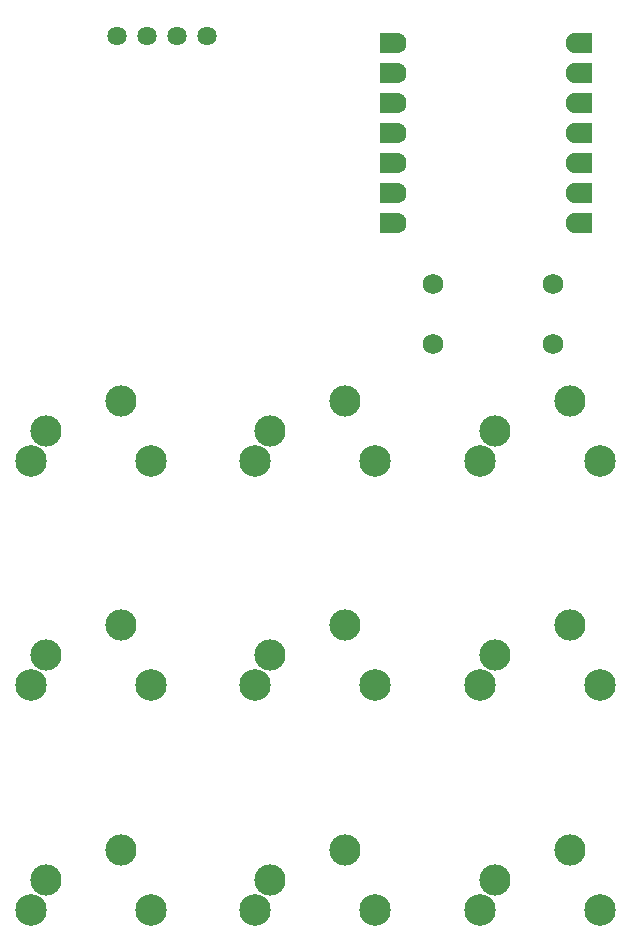
<source format=gts>
G04 Layer: TopSolderMaskLayer*
G04 EasyEDA v6.5.47, 2024-10-16 20:22:33*
G04 9ae9750504c14924853e95ef229aeab1,24ffd69d1a984b0ba209c2ef933deaa4,10*
G04 Gerber Generator version 0.2*
G04 Scale: 100 percent, Rotated: No, Reflected: No *
G04 Dimensions in millimeters *
G04 leading zeros omitted , absolute positions ,4 integer and 5 decimal *
%FSLAX45Y45*%
%MOMM*%

%ADD10C,2.6416*%
%ADD11C,2.6731*%
%ADD12C,1.7272*%
%ADD13C,1.6017*%
%ADD14C,1.6316*%
%ADD15C,0.0138*%

%LPD*%
D10*
G01*
X2818993Y1553997D03*
G01*
X3453993Y1807997D03*
D11*
G01*
X2691993Y1299997D03*
G01*
X3707993Y1299997D03*
D10*
G01*
X4718989Y1553997D03*
G01*
X5353989Y1807997D03*
D11*
G01*
X4591989Y1299997D03*
G01*
X5607989Y1299997D03*
D10*
G01*
X6618986Y1553997D03*
G01*
X7253986Y1807997D03*
D11*
G01*
X6491986Y1299997D03*
G01*
X7507986Y1299997D03*
D10*
G01*
X2818993Y-345998D03*
G01*
X3453993Y-91998D03*
D11*
G01*
X2691993Y-599998D03*
G01*
X3707993Y-599998D03*
D10*
G01*
X4718989Y-345998D03*
G01*
X5353989Y-91998D03*
D11*
G01*
X4591989Y-599998D03*
G01*
X5607989Y-599998D03*
D10*
G01*
X6618986Y-345998D03*
G01*
X7253986Y-91998D03*
D11*
G01*
X6491986Y-599998D03*
G01*
X7507986Y-599998D03*
D10*
G01*
X2818993Y-2245995D03*
G01*
X3453993Y-1991995D03*
D11*
G01*
X2691993Y-2499995D03*
G01*
X3707993Y-2499995D03*
D10*
G01*
X4718989Y-2245995D03*
G01*
X5353989Y-1991995D03*
D11*
G01*
X4591989Y-2499995D03*
G01*
X5607989Y-2499995D03*
D10*
G01*
X6618986Y-2245995D03*
G01*
X7253986Y-1991995D03*
D11*
G01*
X6491986Y-2499995D03*
G01*
X7507986Y-2499995D03*
D12*
G01*
X6096000Y2286000D03*
G01*
X7112000Y2286000D03*
G01*
X6096000Y2794000D03*
G01*
X7112000Y2794000D03*
G36*
X5653506Y4751857D02*
G01*
X5651931Y4752111D01*
X5650509Y4752822D01*
X5649391Y4753940D01*
X5648680Y4755362D01*
X5648426Y4756937D01*
X5648426Y4919471D01*
X5648680Y4921046D01*
X5649391Y4922469D01*
X5650509Y4923586D01*
X5651931Y4924297D01*
X5653506Y4924552D01*
X5792063Y4924552D01*
X5795975Y4924450D01*
X5796254Y4924425D01*
X5800166Y4924120D01*
X5800420Y4924094D01*
X5804331Y4923586D01*
X5804585Y4923561D01*
X5808421Y4922850D01*
X5808675Y4922799D01*
X5812510Y4921885D01*
X5812790Y4921808D01*
X5816549Y4920691D01*
X5816828Y4920589D01*
X5820511Y4919268D01*
X5820714Y4919192D01*
X5824347Y4917694D01*
X5824600Y4917592D01*
X5828131Y4915915D01*
X5828385Y4915788D01*
X5831840Y4913909D01*
X5832068Y4913756D01*
X5835421Y4911699D01*
X5835624Y4911572D01*
X5838850Y4909362D01*
X5839053Y4909210D01*
X5842177Y4906822D01*
X5842431Y4906619D01*
X5845403Y4904054D01*
X5845556Y4903901D01*
X5848400Y4901209D01*
X5848604Y4901031D01*
X5851321Y4898186D01*
X5851499Y4897983D01*
X5854039Y4895011D01*
X5854217Y4894783D01*
X5856604Y4891659D01*
X5856757Y4891455D01*
X5858967Y4888229D01*
X5859094Y4888026D01*
X5861151Y4884673D01*
X5861304Y4884445D01*
X5863183Y4880990D01*
X5863310Y4880737D01*
X5864986Y4877206D01*
X5865088Y4876952D01*
X5866587Y4873320D01*
X5866663Y4873117D01*
X5867984Y4869434D01*
X5868085Y4869154D01*
X5869203Y4865370D01*
X5869254Y4865115D01*
X5870168Y4861305D01*
X5870244Y4861026D01*
X5870956Y4857165D01*
X5870981Y4856911D01*
X5871489Y4853025D01*
X5871514Y4852771D01*
X5871819Y4848860D01*
X5871845Y4848580D01*
X5871946Y4844669D01*
X5871946Y4831714D01*
X5871845Y4827803D01*
X5871819Y4827523D01*
X5871514Y4823612D01*
X5871489Y4823358D01*
X5870981Y4819446D01*
X5870956Y4819192D01*
X5870244Y4815357D01*
X5870168Y4815052D01*
X5869228Y4811242D01*
X5869177Y4811064D01*
X5868085Y4807280D01*
X5867984Y4806950D01*
X5866663Y4803267D01*
X5866587Y4803063D01*
X5865088Y4799431D01*
X5864961Y4799152D01*
X5863259Y4795621D01*
X5863158Y4795418D01*
X5861304Y4791963D01*
X5861151Y4791710D01*
X5859094Y4788357D01*
X5858967Y4788154D01*
X5856757Y4784928D01*
X5856579Y4784674D01*
X5854166Y4781575D01*
X5854039Y4781422D01*
X5851499Y4778425D01*
X5851296Y4778222D01*
X5848604Y4775377D01*
X5848400Y4775174D01*
X5845556Y4772482D01*
X5845352Y4772279D01*
X5842355Y4769738D01*
X5842177Y4769612D01*
X5839079Y4767224D01*
X5838875Y4767071D01*
X5835650Y4764836D01*
X5835395Y4764659D01*
X5832043Y4762627D01*
X5831840Y4762500D01*
X5828385Y4760620D01*
X5828156Y4760518D01*
X5824626Y4758817D01*
X5824347Y4758689D01*
X5820714Y4757191D01*
X5820460Y4757089D01*
X5816777Y4755794D01*
X5816549Y4755718D01*
X5812764Y4754600D01*
X5812510Y4754549D01*
X5808700Y4753635D01*
X5808421Y4753559D01*
X5804560Y4752847D01*
X5804306Y4752822D01*
X5800420Y4752314D01*
X5800191Y4752289D01*
X5796279Y4751959D01*
X5795949Y4751933D01*
X5792038Y4751857D01*
G37*
G36*
X5653506Y4497857D02*
G01*
X5651931Y4498111D01*
X5650509Y4498822D01*
X5649391Y4499940D01*
X5648680Y4501362D01*
X5648426Y4502937D01*
X5648426Y4665471D01*
X5648680Y4667046D01*
X5649391Y4668469D01*
X5650509Y4669586D01*
X5651931Y4670297D01*
X5653506Y4670552D01*
X5792063Y4670552D01*
X5795975Y4670450D01*
X5796254Y4670425D01*
X5800166Y4670120D01*
X5800420Y4670094D01*
X5804331Y4669586D01*
X5804585Y4669561D01*
X5808421Y4668850D01*
X5808675Y4668799D01*
X5812510Y4667885D01*
X5812790Y4667808D01*
X5816549Y4666691D01*
X5816828Y4666589D01*
X5820511Y4665268D01*
X5820714Y4665192D01*
X5824347Y4663694D01*
X5824600Y4663592D01*
X5828131Y4661915D01*
X5828385Y4661788D01*
X5831840Y4659909D01*
X5832068Y4659756D01*
X5835421Y4657699D01*
X5835624Y4657572D01*
X5838850Y4655362D01*
X5839053Y4655210D01*
X5842177Y4652822D01*
X5842431Y4652619D01*
X5845403Y4650054D01*
X5845556Y4649901D01*
X5848400Y4647209D01*
X5848604Y4647031D01*
X5851321Y4644186D01*
X5851499Y4643983D01*
X5854039Y4641011D01*
X5854217Y4640783D01*
X5856604Y4637659D01*
X5856757Y4637455D01*
X5858967Y4634229D01*
X5859094Y4634026D01*
X5861151Y4630673D01*
X5861304Y4630445D01*
X5863183Y4626990D01*
X5863310Y4626737D01*
X5864986Y4623206D01*
X5865088Y4622952D01*
X5866587Y4619320D01*
X5866663Y4619117D01*
X5867984Y4615434D01*
X5868085Y4615154D01*
X5869203Y4611370D01*
X5869254Y4611115D01*
X5870168Y4607305D01*
X5870244Y4607026D01*
X5870956Y4603165D01*
X5870981Y4602911D01*
X5871489Y4599025D01*
X5871514Y4598771D01*
X5871819Y4594860D01*
X5871845Y4594580D01*
X5871946Y4590669D01*
X5871946Y4577714D01*
X5871845Y4573803D01*
X5871819Y4573523D01*
X5871514Y4569612D01*
X5871489Y4569358D01*
X5870981Y4565446D01*
X5870956Y4565192D01*
X5870244Y4561357D01*
X5870168Y4561052D01*
X5869228Y4557242D01*
X5869177Y4557064D01*
X5868085Y4553280D01*
X5867984Y4552950D01*
X5866663Y4549267D01*
X5866587Y4549063D01*
X5865088Y4545431D01*
X5864961Y4545152D01*
X5863259Y4541621D01*
X5863158Y4541418D01*
X5861304Y4537963D01*
X5861151Y4537710D01*
X5859094Y4534357D01*
X5858967Y4534154D01*
X5856757Y4530928D01*
X5856579Y4530674D01*
X5854166Y4527575D01*
X5854039Y4527422D01*
X5851499Y4524425D01*
X5851296Y4524222D01*
X5848604Y4521377D01*
X5848400Y4521174D01*
X5845556Y4518482D01*
X5845352Y4518279D01*
X5842355Y4515738D01*
X5842177Y4515612D01*
X5839079Y4513224D01*
X5838875Y4513071D01*
X5835650Y4510836D01*
X5835395Y4510659D01*
X5832043Y4508627D01*
X5831840Y4508500D01*
X5828385Y4506620D01*
X5828156Y4506518D01*
X5824626Y4504817D01*
X5824347Y4504689D01*
X5820714Y4503191D01*
X5820460Y4503089D01*
X5816777Y4501794D01*
X5816549Y4501718D01*
X5812764Y4500600D01*
X5812510Y4500549D01*
X5808700Y4499635D01*
X5808421Y4499559D01*
X5804560Y4498847D01*
X5804306Y4498822D01*
X5800420Y4498314D01*
X5800191Y4498289D01*
X5796279Y4497959D01*
X5795949Y4497933D01*
X5792038Y4497857D01*
G37*
G36*
X5653506Y4243857D02*
G01*
X5651931Y4244111D01*
X5650509Y4244822D01*
X5649391Y4245940D01*
X5648680Y4247362D01*
X5648426Y4248937D01*
X5648426Y4411471D01*
X5648680Y4413046D01*
X5649391Y4414469D01*
X5650509Y4415586D01*
X5651931Y4416297D01*
X5653506Y4416552D01*
X5792063Y4416552D01*
X5795975Y4416450D01*
X5796254Y4416425D01*
X5800166Y4416120D01*
X5800420Y4416094D01*
X5804331Y4415586D01*
X5804585Y4415561D01*
X5808421Y4414850D01*
X5808675Y4414799D01*
X5812510Y4413885D01*
X5812790Y4413808D01*
X5816549Y4412691D01*
X5816828Y4412589D01*
X5820511Y4411268D01*
X5820714Y4411192D01*
X5824347Y4409694D01*
X5824600Y4409592D01*
X5828131Y4407915D01*
X5828385Y4407788D01*
X5831840Y4405909D01*
X5832068Y4405756D01*
X5835421Y4403699D01*
X5835624Y4403572D01*
X5838850Y4401362D01*
X5839053Y4401210D01*
X5842177Y4398822D01*
X5842431Y4398619D01*
X5845403Y4396054D01*
X5845556Y4395901D01*
X5848400Y4393209D01*
X5848604Y4393031D01*
X5851321Y4390186D01*
X5851499Y4389983D01*
X5854039Y4387011D01*
X5854217Y4386783D01*
X5856604Y4383659D01*
X5856757Y4383455D01*
X5858967Y4380229D01*
X5859094Y4380026D01*
X5861151Y4376673D01*
X5861304Y4376445D01*
X5863183Y4372990D01*
X5863310Y4372737D01*
X5864986Y4369206D01*
X5865088Y4368952D01*
X5866587Y4365320D01*
X5866663Y4365117D01*
X5867984Y4361434D01*
X5868085Y4361154D01*
X5869203Y4357370D01*
X5869254Y4357115D01*
X5870168Y4353305D01*
X5870244Y4353026D01*
X5870956Y4349165D01*
X5870981Y4348911D01*
X5871489Y4345025D01*
X5871514Y4344771D01*
X5871819Y4340860D01*
X5871845Y4340580D01*
X5871946Y4336669D01*
X5871946Y4323714D01*
X5871845Y4319803D01*
X5871819Y4319523D01*
X5871514Y4315612D01*
X5871489Y4315358D01*
X5870981Y4311446D01*
X5870956Y4311192D01*
X5870244Y4307357D01*
X5870168Y4307052D01*
X5869228Y4303242D01*
X5869177Y4303064D01*
X5868085Y4299280D01*
X5867984Y4298950D01*
X5866663Y4295267D01*
X5866587Y4295063D01*
X5865088Y4291431D01*
X5864961Y4291152D01*
X5863259Y4287621D01*
X5863158Y4287418D01*
X5861304Y4283963D01*
X5861151Y4283710D01*
X5859094Y4280357D01*
X5858967Y4280154D01*
X5856757Y4276928D01*
X5856579Y4276674D01*
X5854166Y4273575D01*
X5854039Y4273422D01*
X5851499Y4270425D01*
X5851296Y4270222D01*
X5848604Y4267377D01*
X5848400Y4267174D01*
X5845556Y4264482D01*
X5845352Y4264279D01*
X5842355Y4261738D01*
X5842177Y4261612D01*
X5839079Y4259224D01*
X5838875Y4259071D01*
X5835650Y4256836D01*
X5835395Y4256659D01*
X5832043Y4254627D01*
X5831840Y4254500D01*
X5828385Y4252620D01*
X5828156Y4252518D01*
X5824626Y4250817D01*
X5824347Y4250689D01*
X5820714Y4249191D01*
X5820460Y4249089D01*
X5816777Y4247794D01*
X5816549Y4247718D01*
X5812764Y4246600D01*
X5812510Y4246549D01*
X5808700Y4245635D01*
X5808421Y4245559D01*
X5804560Y4244847D01*
X5804306Y4244822D01*
X5800420Y4244314D01*
X5800191Y4244289D01*
X5796279Y4243959D01*
X5795949Y4243933D01*
X5792038Y4243857D01*
G37*
G36*
X5653506Y3989857D02*
G01*
X5651931Y3990111D01*
X5650509Y3990822D01*
X5649391Y3991940D01*
X5648680Y3993362D01*
X5648426Y3994937D01*
X5648426Y4157471D01*
X5648680Y4159046D01*
X5649391Y4160469D01*
X5650509Y4161586D01*
X5651931Y4162297D01*
X5653506Y4162552D01*
X5792063Y4162552D01*
X5795975Y4162450D01*
X5796254Y4162425D01*
X5800166Y4162120D01*
X5800420Y4162094D01*
X5804331Y4161586D01*
X5804585Y4161561D01*
X5808421Y4160850D01*
X5808675Y4160799D01*
X5812510Y4159885D01*
X5812790Y4159808D01*
X5816549Y4158691D01*
X5816828Y4158589D01*
X5820511Y4157268D01*
X5820714Y4157192D01*
X5824347Y4155694D01*
X5824600Y4155592D01*
X5828131Y4153915D01*
X5828385Y4153788D01*
X5831840Y4151909D01*
X5832068Y4151756D01*
X5835421Y4149699D01*
X5835624Y4149572D01*
X5838850Y4147362D01*
X5839053Y4147210D01*
X5842177Y4144822D01*
X5842431Y4144619D01*
X5845403Y4142054D01*
X5845556Y4141901D01*
X5848400Y4139209D01*
X5848604Y4139031D01*
X5851321Y4136186D01*
X5851499Y4135983D01*
X5854039Y4133011D01*
X5854217Y4132783D01*
X5856604Y4129659D01*
X5856757Y4129455D01*
X5858967Y4126229D01*
X5859094Y4126026D01*
X5861151Y4122673D01*
X5861304Y4122445D01*
X5863183Y4118990D01*
X5863310Y4118737D01*
X5864986Y4115206D01*
X5865088Y4114952D01*
X5866587Y4111320D01*
X5866663Y4111117D01*
X5867984Y4107434D01*
X5868085Y4107154D01*
X5869203Y4103370D01*
X5869254Y4103115D01*
X5870168Y4099305D01*
X5870244Y4099026D01*
X5870956Y4095165D01*
X5870981Y4094911D01*
X5871489Y4091025D01*
X5871514Y4090771D01*
X5871819Y4086860D01*
X5871845Y4086580D01*
X5871946Y4082669D01*
X5871946Y4069714D01*
X5871845Y4065803D01*
X5871819Y4065523D01*
X5871514Y4061612D01*
X5871489Y4061358D01*
X5870981Y4057446D01*
X5870956Y4057192D01*
X5870244Y4053357D01*
X5870168Y4053052D01*
X5869228Y4049242D01*
X5869177Y4049064D01*
X5868085Y4045280D01*
X5867984Y4044950D01*
X5866663Y4041267D01*
X5866587Y4041063D01*
X5865088Y4037431D01*
X5864961Y4037152D01*
X5863259Y4033621D01*
X5863158Y4033418D01*
X5861304Y4029963D01*
X5861151Y4029710D01*
X5859094Y4026357D01*
X5858967Y4026154D01*
X5856757Y4022928D01*
X5856579Y4022674D01*
X5854166Y4019575D01*
X5854039Y4019422D01*
X5851499Y4016425D01*
X5851296Y4016222D01*
X5848604Y4013377D01*
X5848400Y4013174D01*
X5845556Y4010482D01*
X5845352Y4010279D01*
X5842355Y4007738D01*
X5842177Y4007612D01*
X5839079Y4005224D01*
X5838875Y4005071D01*
X5835650Y4002836D01*
X5835395Y4002659D01*
X5832043Y4000627D01*
X5831840Y4000500D01*
X5828385Y3998620D01*
X5828156Y3998518D01*
X5824626Y3996817D01*
X5824347Y3996689D01*
X5820714Y3995191D01*
X5820460Y3995089D01*
X5816777Y3993794D01*
X5816549Y3993718D01*
X5812764Y3992600D01*
X5812510Y3992549D01*
X5808700Y3991635D01*
X5808421Y3991559D01*
X5804560Y3990847D01*
X5804306Y3990822D01*
X5800420Y3990314D01*
X5800191Y3990289D01*
X5796279Y3989959D01*
X5795949Y3989933D01*
X5792038Y3989857D01*
G37*
G36*
X5653506Y3735857D02*
G01*
X5651931Y3736111D01*
X5650509Y3736822D01*
X5649391Y3737940D01*
X5648680Y3739362D01*
X5648426Y3740937D01*
X5648426Y3903471D01*
X5648680Y3905046D01*
X5649391Y3906469D01*
X5650509Y3907586D01*
X5651931Y3908297D01*
X5653506Y3908552D01*
X5792063Y3908552D01*
X5795975Y3908450D01*
X5796254Y3908425D01*
X5800166Y3908120D01*
X5800420Y3908094D01*
X5804331Y3907586D01*
X5804585Y3907561D01*
X5808421Y3906850D01*
X5808675Y3906799D01*
X5812510Y3905885D01*
X5812790Y3905808D01*
X5816549Y3904691D01*
X5816828Y3904589D01*
X5820511Y3903268D01*
X5820714Y3903192D01*
X5824347Y3901694D01*
X5824600Y3901592D01*
X5828131Y3899915D01*
X5828385Y3899788D01*
X5831840Y3897909D01*
X5832068Y3897756D01*
X5835421Y3895699D01*
X5835624Y3895572D01*
X5838850Y3893362D01*
X5839053Y3893210D01*
X5842177Y3890822D01*
X5842431Y3890619D01*
X5845403Y3888054D01*
X5845556Y3887901D01*
X5848400Y3885209D01*
X5848604Y3885031D01*
X5851321Y3882186D01*
X5851499Y3881983D01*
X5854039Y3879011D01*
X5854217Y3878783D01*
X5856604Y3875659D01*
X5856757Y3875455D01*
X5858967Y3872229D01*
X5859094Y3872026D01*
X5861151Y3868673D01*
X5861304Y3868445D01*
X5863183Y3864990D01*
X5863310Y3864737D01*
X5864986Y3861206D01*
X5865088Y3860952D01*
X5866587Y3857320D01*
X5866663Y3857117D01*
X5867984Y3853434D01*
X5868085Y3853154D01*
X5869203Y3849370D01*
X5869254Y3849115D01*
X5870168Y3845305D01*
X5870244Y3845026D01*
X5870956Y3841165D01*
X5870981Y3840911D01*
X5871489Y3837025D01*
X5871514Y3836771D01*
X5871819Y3832860D01*
X5871845Y3832580D01*
X5871946Y3828669D01*
X5871946Y3815714D01*
X5871845Y3811803D01*
X5871819Y3811523D01*
X5871514Y3807612D01*
X5871489Y3807358D01*
X5870981Y3803446D01*
X5870956Y3803192D01*
X5870244Y3799357D01*
X5870168Y3799052D01*
X5869228Y3795242D01*
X5869177Y3795064D01*
X5868085Y3791280D01*
X5867984Y3790950D01*
X5866663Y3787267D01*
X5866587Y3787063D01*
X5865088Y3783431D01*
X5864961Y3783152D01*
X5863259Y3779621D01*
X5863158Y3779418D01*
X5861304Y3775963D01*
X5861151Y3775710D01*
X5859094Y3772357D01*
X5858967Y3772154D01*
X5856757Y3768928D01*
X5856579Y3768674D01*
X5854166Y3765575D01*
X5854039Y3765422D01*
X5851499Y3762425D01*
X5851296Y3762222D01*
X5848604Y3759377D01*
X5848400Y3759174D01*
X5845556Y3756482D01*
X5845352Y3756279D01*
X5842355Y3753738D01*
X5842177Y3753612D01*
X5839079Y3751224D01*
X5838875Y3751071D01*
X5835650Y3748836D01*
X5835395Y3748659D01*
X5832043Y3746627D01*
X5831840Y3746500D01*
X5828385Y3744620D01*
X5828156Y3744518D01*
X5824626Y3742817D01*
X5824347Y3742689D01*
X5820714Y3741191D01*
X5820460Y3741089D01*
X5816777Y3739794D01*
X5816549Y3739718D01*
X5812764Y3738600D01*
X5812510Y3738549D01*
X5808700Y3737635D01*
X5808421Y3737559D01*
X5804560Y3736847D01*
X5804306Y3736822D01*
X5800420Y3736314D01*
X5800191Y3736289D01*
X5796279Y3735959D01*
X5795949Y3735933D01*
X5792038Y3735857D01*
G37*
G36*
X5653506Y3481857D02*
G01*
X5651931Y3482111D01*
X5650509Y3482822D01*
X5649391Y3483940D01*
X5648680Y3485362D01*
X5648426Y3486937D01*
X5648426Y3649471D01*
X5648680Y3651046D01*
X5649391Y3652469D01*
X5650509Y3653586D01*
X5651931Y3654297D01*
X5653506Y3654552D01*
X5792063Y3654552D01*
X5795975Y3654450D01*
X5796254Y3654425D01*
X5800166Y3654120D01*
X5800420Y3654094D01*
X5804331Y3653586D01*
X5804585Y3653561D01*
X5808421Y3652850D01*
X5808675Y3652799D01*
X5812510Y3651885D01*
X5812790Y3651808D01*
X5816549Y3650691D01*
X5816828Y3650589D01*
X5820511Y3649268D01*
X5820714Y3649192D01*
X5824347Y3647694D01*
X5824600Y3647592D01*
X5828131Y3645915D01*
X5828385Y3645788D01*
X5831840Y3643909D01*
X5832068Y3643756D01*
X5835421Y3641699D01*
X5835624Y3641572D01*
X5838850Y3639362D01*
X5839053Y3639210D01*
X5842177Y3636822D01*
X5842431Y3636619D01*
X5845403Y3634054D01*
X5845556Y3633901D01*
X5848400Y3631209D01*
X5848604Y3631031D01*
X5851321Y3628186D01*
X5851499Y3627983D01*
X5854039Y3625011D01*
X5854217Y3624783D01*
X5856604Y3621659D01*
X5856757Y3621455D01*
X5858967Y3618229D01*
X5859094Y3618026D01*
X5861151Y3614673D01*
X5861304Y3614445D01*
X5863183Y3610990D01*
X5863310Y3610737D01*
X5864986Y3607206D01*
X5865088Y3606952D01*
X5866587Y3603320D01*
X5866663Y3603117D01*
X5867984Y3599434D01*
X5868085Y3599154D01*
X5869203Y3595370D01*
X5869254Y3595115D01*
X5870168Y3591305D01*
X5870244Y3591026D01*
X5870956Y3587165D01*
X5870981Y3586911D01*
X5871489Y3583025D01*
X5871514Y3582771D01*
X5871819Y3578860D01*
X5871845Y3578580D01*
X5871946Y3574669D01*
X5871946Y3561714D01*
X5871845Y3557803D01*
X5871819Y3557523D01*
X5871514Y3553612D01*
X5871489Y3553358D01*
X5870981Y3549446D01*
X5870956Y3549192D01*
X5870244Y3545357D01*
X5870168Y3545052D01*
X5869228Y3541242D01*
X5869177Y3541064D01*
X5868085Y3537280D01*
X5867984Y3536950D01*
X5866663Y3533267D01*
X5866587Y3533063D01*
X5865088Y3529431D01*
X5864961Y3529152D01*
X5863259Y3525621D01*
X5863158Y3525418D01*
X5861304Y3521963D01*
X5861151Y3521710D01*
X5859094Y3518357D01*
X5858967Y3518154D01*
X5856757Y3514928D01*
X5856579Y3514674D01*
X5854166Y3511575D01*
X5854039Y3511422D01*
X5851499Y3508425D01*
X5851296Y3508222D01*
X5848604Y3505377D01*
X5848400Y3505174D01*
X5845556Y3502482D01*
X5845352Y3502279D01*
X5842355Y3499738D01*
X5842177Y3499612D01*
X5839079Y3497224D01*
X5838875Y3497071D01*
X5835650Y3494836D01*
X5835395Y3494659D01*
X5832043Y3492627D01*
X5831840Y3492500D01*
X5828385Y3490620D01*
X5828156Y3490518D01*
X5824626Y3488817D01*
X5824347Y3488689D01*
X5820714Y3487191D01*
X5820460Y3487089D01*
X5816777Y3485794D01*
X5816549Y3485718D01*
X5812764Y3484600D01*
X5812510Y3484549D01*
X5808700Y3483635D01*
X5808421Y3483559D01*
X5804560Y3482847D01*
X5804306Y3482822D01*
X5800420Y3482314D01*
X5800191Y3482289D01*
X5796279Y3481959D01*
X5795949Y3481933D01*
X5792038Y3481857D01*
G37*
G36*
X5653506Y3227857D02*
G01*
X5651931Y3228111D01*
X5650509Y3228822D01*
X5649391Y3229940D01*
X5648680Y3231362D01*
X5648426Y3232937D01*
X5648426Y3395471D01*
X5648680Y3397046D01*
X5649391Y3398469D01*
X5650509Y3399586D01*
X5651931Y3400297D01*
X5653506Y3400552D01*
X5792063Y3400552D01*
X5795975Y3400450D01*
X5796254Y3400425D01*
X5800166Y3400120D01*
X5800420Y3400094D01*
X5804331Y3399586D01*
X5804585Y3399561D01*
X5808421Y3398850D01*
X5808675Y3398799D01*
X5812510Y3397885D01*
X5812790Y3397808D01*
X5816549Y3396691D01*
X5816828Y3396589D01*
X5820511Y3395268D01*
X5820714Y3395192D01*
X5824347Y3393694D01*
X5824600Y3393592D01*
X5828131Y3391915D01*
X5828385Y3391788D01*
X5831840Y3389909D01*
X5832068Y3389756D01*
X5835421Y3387699D01*
X5835624Y3387572D01*
X5838850Y3385362D01*
X5839053Y3385210D01*
X5842177Y3382822D01*
X5842431Y3382619D01*
X5845403Y3380054D01*
X5845556Y3379901D01*
X5848400Y3377209D01*
X5848604Y3377031D01*
X5851321Y3374186D01*
X5851499Y3373983D01*
X5854039Y3371011D01*
X5854217Y3370783D01*
X5856604Y3367659D01*
X5856757Y3367455D01*
X5858967Y3364229D01*
X5859094Y3364026D01*
X5861151Y3360673D01*
X5861304Y3360445D01*
X5863183Y3356990D01*
X5863310Y3356737D01*
X5864986Y3353206D01*
X5865088Y3352952D01*
X5866587Y3349320D01*
X5866663Y3349117D01*
X5867984Y3345434D01*
X5868085Y3345154D01*
X5869203Y3341370D01*
X5869254Y3341115D01*
X5870168Y3337305D01*
X5870244Y3337026D01*
X5870956Y3333165D01*
X5870981Y3332911D01*
X5871489Y3329025D01*
X5871514Y3328771D01*
X5871819Y3324860D01*
X5871845Y3324580D01*
X5871946Y3320669D01*
X5871946Y3307714D01*
X5871845Y3303803D01*
X5871819Y3303523D01*
X5871514Y3299612D01*
X5871489Y3299358D01*
X5870981Y3295446D01*
X5870956Y3295192D01*
X5870244Y3291357D01*
X5870168Y3291052D01*
X5869228Y3287242D01*
X5869177Y3287064D01*
X5868085Y3283280D01*
X5867984Y3282950D01*
X5866663Y3279267D01*
X5866587Y3279063D01*
X5865088Y3275431D01*
X5864961Y3275152D01*
X5863259Y3271621D01*
X5863158Y3271418D01*
X5861304Y3267963D01*
X5861151Y3267710D01*
X5859094Y3264357D01*
X5858967Y3264154D01*
X5856757Y3260928D01*
X5856579Y3260674D01*
X5854166Y3257575D01*
X5854039Y3257422D01*
X5851499Y3254425D01*
X5851296Y3254222D01*
X5848604Y3251377D01*
X5848400Y3251174D01*
X5845556Y3248482D01*
X5845352Y3248279D01*
X5842355Y3245738D01*
X5842177Y3245612D01*
X5839079Y3243224D01*
X5838875Y3243071D01*
X5835650Y3240836D01*
X5835395Y3240659D01*
X5832043Y3238627D01*
X5831840Y3238500D01*
X5828385Y3236620D01*
X5828156Y3236518D01*
X5824626Y3234817D01*
X5824347Y3234689D01*
X5820714Y3233191D01*
X5820460Y3233089D01*
X5816777Y3231794D01*
X5816549Y3231718D01*
X5812764Y3230600D01*
X5812510Y3230549D01*
X5808700Y3229635D01*
X5808421Y3229559D01*
X5804560Y3228847D01*
X5804306Y3228822D01*
X5800420Y3228314D01*
X5800191Y3228289D01*
X5796279Y3227959D01*
X5795949Y3227933D01*
X5792038Y3227857D01*
G37*
G36*
X7303134Y3227857D02*
G01*
X7299223Y3227933D01*
X7298893Y3227959D01*
X7294981Y3228289D01*
X7294752Y3228314D01*
X7290866Y3228822D01*
X7290612Y3228847D01*
X7286752Y3229559D01*
X7286472Y3229635D01*
X7282662Y3230549D01*
X7282408Y3230600D01*
X7278624Y3231718D01*
X7278395Y3231794D01*
X7274712Y3233089D01*
X7274458Y3233191D01*
X7270826Y3234689D01*
X7270546Y3234817D01*
X7267016Y3236518D01*
X7266787Y3236620D01*
X7263333Y3238500D01*
X7263129Y3238627D01*
X7259777Y3240659D01*
X7259523Y3240836D01*
X7256297Y3243071D01*
X7256094Y3243224D01*
X7252995Y3245612D01*
X7252817Y3245738D01*
X7249820Y3248279D01*
X7249617Y3248482D01*
X7246772Y3251174D01*
X7246569Y3251377D01*
X7243876Y3254222D01*
X7243699Y3254400D01*
X7241133Y3257397D01*
X7240981Y3257600D01*
X7238593Y3260699D01*
X7238415Y3260928D01*
X7236206Y3264154D01*
X7236079Y3264357D01*
X7234021Y3267710D01*
X7233869Y3267963D01*
X7232015Y3271418D01*
X7231913Y3271621D01*
X7230211Y3275152D01*
X7230084Y3275431D01*
X7228586Y3279063D01*
X7228509Y3279267D01*
X7227188Y3282950D01*
X7227087Y3283229D01*
X7225969Y3287013D01*
X7225918Y3287268D01*
X7225004Y3291078D01*
X7224928Y3291357D01*
X7224217Y3295192D01*
X7224191Y3295446D01*
X7223683Y3299358D01*
X7223658Y3299612D01*
X7223353Y3303523D01*
X7223328Y3303803D01*
X7223226Y3307714D01*
X7223226Y3320669D01*
X7223328Y3324580D01*
X7223353Y3324860D01*
X7223658Y3328771D01*
X7223683Y3329025D01*
X7224191Y3332937D01*
X7224217Y3333191D01*
X7224928Y3337026D01*
X7225004Y3337305D01*
X7225918Y3341115D01*
X7225969Y3341370D01*
X7227087Y3345154D01*
X7227188Y3345434D01*
X7228509Y3349117D01*
X7228586Y3349320D01*
X7230084Y3352952D01*
X7230186Y3353206D01*
X7231862Y3356737D01*
X7231989Y3356990D01*
X7233869Y3360445D01*
X7234021Y3360673D01*
X7236079Y3364026D01*
X7236206Y3364229D01*
X7238415Y3367455D01*
X7238568Y3367659D01*
X7240955Y3370783D01*
X7241133Y3371011D01*
X7243673Y3373983D01*
X7243851Y3374186D01*
X7246569Y3377031D01*
X7246747Y3377209D01*
X7249591Y3379927D01*
X7249795Y3380104D01*
X7252766Y3382645D01*
X7252995Y3382822D01*
X7256119Y3385210D01*
X7256322Y3385362D01*
X7259548Y3387572D01*
X7259751Y3387699D01*
X7263104Y3389756D01*
X7263333Y3389909D01*
X7266787Y3391788D01*
X7267041Y3391915D01*
X7270572Y3393592D01*
X7270826Y3393694D01*
X7274458Y3395192D01*
X7274661Y3395268D01*
X7278344Y3396589D01*
X7278624Y3396691D01*
X7282383Y3397808D01*
X7282662Y3397885D01*
X7286497Y3398799D01*
X7286752Y3398850D01*
X7290587Y3399561D01*
X7290841Y3399586D01*
X7294752Y3400094D01*
X7295006Y3400120D01*
X7298918Y3400425D01*
X7299197Y3400450D01*
X7303109Y3400552D01*
X7441666Y3400552D01*
X7443241Y3400297D01*
X7444663Y3399586D01*
X7445781Y3398469D01*
X7446492Y3397046D01*
X7446746Y3395471D01*
X7446746Y3232937D01*
X7446492Y3231362D01*
X7445781Y3229940D01*
X7444663Y3228822D01*
X7443241Y3228111D01*
X7441666Y3227857D01*
G37*
G36*
X7303134Y3481857D02*
G01*
X7299223Y3481933D01*
X7298893Y3481959D01*
X7294981Y3482289D01*
X7294752Y3482314D01*
X7290866Y3482822D01*
X7290612Y3482847D01*
X7286752Y3483559D01*
X7286472Y3483635D01*
X7282662Y3484549D01*
X7282408Y3484600D01*
X7278624Y3485718D01*
X7278395Y3485794D01*
X7274712Y3487089D01*
X7274458Y3487191D01*
X7270826Y3488689D01*
X7270546Y3488817D01*
X7267016Y3490518D01*
X7266787Y3490620D01*
X7263333Y3492500D01*
X7263129Y3492627D01*
X7259777Y3494659D01*
X7259523Y3494836D01*
X7256297Y3497071D01*
X7256094Y3497224D01*
X7252995Y3499612D01*
X7252817Y3499738D01*
X7249820Y3502279D01*
X7249617Y3502482D01*
X7246772Y3505174D01*
X7246569Y3505377D01*
X7243876Y3508222D01*
X7243699Y3508400D01*
X7241133Y3511397D01*
X7240981Y3511600D01*
X7238593Y3514699D01*
X7238415Y3514928D01*
X7236206Y3518154D01*
X7236079Y3518357D01*
X7234021Y3521710D01*
X7233869Y3521963D01*
X7232015Y3525418D01*
X7231913Y3525621D01*
X7230211Y3529152D01*
X7230084Y3529431D01*
X7228586Y3533063D01*
X7228509Y3533267D01*
X7227188Y3536950D01*
X7227087Y3537229D01*
X7225969Y3541013D01*
X7225918Y3541268D01*
X7225004Y3545078D01*
X7224928Y3545357D01*
X7224217Y3549192D01*
X7224191Y3549446D01*
X7223683Y3553358D01*
X7223658Y3553612D01*
X7223353Y3557523D01*
X7223328Y3557803D01*
X7223226Y3561714D01*
X7223226Y3574669D01*
X7223328Y3578580D01*
X7223353Y3578860D01*
X7223658Y3582771D01*
X7223683Y3583025D01*
X7224191Y3586937D01*
X7224217Y3587191D01*
X7224928Y3591026D01*
X7225004Y3591305D01*
X7225918Y3595115D01*
X7225969Y3595370D01*
X7227087Y3599154D01*
X7227188Y3599434D01*
X7228509Y3603117D01*
X7228586Y3603320D01*
X7230084Y3606952D01*
X7230186Y3607206D01*
X7231862Y3610737D01*
X7231989Y3610990D01*
X7233869Y3614445D01*
X7234021Y3614673D01*
X7236079Y3618026D01*
X7236206Y3618229D01*
X7238415Y3621455D01*
X7238568Y3621659D01*
X7240955Y3624783D01*
X7241133Y3625011D01*
X7243673Y3627983D01*
X7243851Y3628186D01*
X7246569Y3631031D01*
X7246747Y3631209D01*
X7249591Y3633927D01*
X7249795Y3634104D01*
X7252766Y3636645D01*
X7252995Y3636822D01*
X7256119Y3639210D01*
X7256322Y3639362D01*
X7259548Y3641572D01*
X7259751Y3641699D01*
X7263104Y3643756D01*
X7263333Y3643909D01*
X7266787Y3645788D01*
X7267041Y3645915D01*
X7270572Y3647592D01*
X7270826Y3647694D01*
X7274458Y3649192D01*
X7274661Y3649268D01*
X7278344Y3650589D01*
X7278624Y3650691D01*
X7282383Y3651808D01*
X7282662Y3651885D01*
X7286497Y3652799D01*
X7286752Y3652850D01*
X7290587Y3653561D01*
X7290841Y3653586D01*
X7294752Y3654094D01*
X7295006Y3654120D01*
X7298918Y3654425D01*
X7299197Y3654450D01*
X7303109Y3654552D01*
X7441666Y3654552D01*
X7443241Y3654297D01*
X7444663Y3653586D01*
X7445781Y3652469D01*
X7446492Y3651046D01*
X7446746Y3649471D01*
X7446746Y3486937D01*
X7446492Y3485362D01*
X7445781Y3483940D01*
X7444663Y3482822D01*
X7443241Y3482111D01*
X7441666Y3481857D01*
G37*
G36*
X7303134Y3735857D02*
G01*
X7299223Y3735933D01*
X7298893Y3735959D01*
X7294981Y3736289D01*
X7294752Y3736314D01*
X7290866Y3736822D01*
X7290612Y3736847D01*
X7286752Y3737559D01*
X7286472Y3737635D01*
X7282662Y3738549D01*
X7282408Y3738600D01*
X7278624Y3739718D01*
X7278395Y3739794D01*
X7274712Y3741089D01*
X7274458Y3741191D01*
X7270826Y3742689D01*
X7270546Y3742817D01*
X7267016Y3744518D01*
X7266787Y3744620D01*
X7263333Y3746500D01*
X7263129Y3746627D01*
X7259777Y3748659D01*
X7259523Y3748836D01*
X7256297Y3751071D01*
X7256094Y3751224D01*
X7252995Y3753612D01*
X7252817Y3753738D01*
X7249820Y3756279D01*
X7249617Y3756482D01*
X7246772Y3759174D01*
X7246569Y3759377D01*
X7243876Y3762222D01*
X7243699Y3762400D01*
X7241133Y3765397D01*
X7240981Y3765600D01*
X7238593Y3768699D01*
X7238415Y3768928D01*
X7236206Y3772154D01*
X7236079Y3772357D01*
X7234021Y3775710D01*
X7233869Y3775963D01*
X7232015Y3779418D01*
X7231913Y3779621D01*
X7230211Y3783152D01*
X7230084Y3783431D01*
X7228586Y3787063D01*
X7228509Y3787267D01*
X7227188Y3790950D01*
X7227087Y3791229D01*
X7225969Y3795013D01*
X7225918Y3795268D01*
X7225004Y3799078D01*
X7224928Y3799357D01*
X7224217Y3803192D01*
X7224191Y3803446D01*
X7223683Y3807358D01*
X7223658Y3807612D01*
X7223353Y3811523D01*
X7223328Y3811803D01*
X7223226Y3815714D01*
X7223226Y3828669D01*
X7223328Y3832580D01*
X7223353Y3832860D01*
X7223658Y3836771D01*
X7223683Y3837025D01*
X7224191Y3840937D01*
X7224217Y3841191D01*
X7224928Y3845026D01*
X7225004Y3845305D01*
X7225918Y3849115D01*
X7225969Y3849370D01*
X7227087Y3853154D01*
X7227188Y3853434D01*
X7228509Y3857117D01*
X7228586Y3857320D01*
X7230084Y3860952D01*
X7230186Y3861206D01*
X7231862Y3864737D01*
X7231989Y3864990D01*
X7233869Y3868445D01*
X7234021Y3868673D01*
X7236079Y3872026D01*
X7236206Y3872229D01*
X7238415Y3875455D01*
X7238568Y3875659D01*
X7240955Y3878783D01*
X7241133Y3879011D01*
X7243673Y3881983D01*
X7243851Y3882186D01*
X7246569Y3885031D01*
X7246747Y3885209D01*
X7249591Y3887927D01*
X7249795Y3888104D01*
X7252766Y3890645D01*
X7252995Y3890822D01*
X7256119Y3893210D01*
X7256322Y3893362D01*
X7259548Y3895572D01*
X7259751Y3895699D01*
X7263104Y3897756D01*
X7263333Y3897909D01*
X7266787Y3899788D01*
X7267041Y3899915D01*
X7270572Y3901592D01*
X7270826Y3901694D01*
X7274458Y3903192D01*
X7274661Y3903268D01*
X7278344Y3904589D01*
X7278624Y3904691D01*
X7282383Y3905808D01*
X7282662Y3905885D01*
X7286497Y3906799D01*
X7286752Y3906850D01*
X7290587Y3907561D01*
X7290841Y3907586D01*
X7294752Y3908094D01*
X7295006Y3908120D01*
X7298918Y3908425D01*
X7299197Y3908450D01*
X7303109Y3908552D01*
X7441666Y3908552D01*
X7443241Y3908297D01*
X7444663Y3907586D01*
X7445781Y3906469D01*
X7446492Y3905046D01*
X7446746Y3903471D01*
X7446746Y3740937D01*
X7446492Y3739362D01*
X7445781Y3737940D01*
X7444663Y3736822D01*
X7443241Y3736111D01*
X7441666Y3735857D01*
G37*
G36*
X7303134Y3989857D02*
G01*
X7299223Y3989933D01*
X7298893Y3989959D01*
X7294981Y3990289D01*
X7294752Y3990314D01*
X7290866Y3990822D01*
X7290612Y3990847D01*
X7286752Y3991559D01*
X7286472Y3991635D01*
X7282662Y3992549D01*
X7282408Y3992600D01*
X7278624Y3993718D01*
X7278395Y3993794D01*
X7274712Y3995089D01*
X7274458Y3995191D01*
X7270826Y3996689D01*
X7270546Y3996817D01*
X7267016Y3998518D01*
X7266787Y3998620D01*
X7263333Y4000500D01*
X7263129Y4000627D01*
X7259777Y4002659D01*
X7259523Y4002836D01*
X7256297Y4005071D01*
X7256094Y4005224D01*
X7252995Y4007612D01*
X7252817Y4007738D01*
X7249820Y4010279D01*
X7249617Y4010482D01*
X7246772Y4013174D01*
X7246569Y4013377D01*
X7243876Y4016222D01*
X7243699Y4016400D01*
X7241133Y4019397D01*
X7240981Y4019600D01*
X7238593Y4022699D01*
X7238415Y4022928D01*
X7236206Y4026154D01*
X7236079Y4026357D01*
X7234021Y4029710D01*
X7233869Y4029963D01*
X7232015Y4033418D01*
X7231913Y4033621D01*
X7230211Y4037152D01*
X7230084Y4037431D01*
X7228586Y4041063D01*
X7228509Y4041267D01*
X7227188Y4044950D01*
X7227087Y4045229D01*
X7225969Y4049013D01*
X7225918Y4049268D01*
X7225004Y4053078D01*
X7224928Y4053357D01*
X7224217Y4057192D01*
X7224191Y4057446D01*
X7223683Y4061358D01*
X7223658Y4061612D01*
X7223353Y4065523D01*
X7223328Y4065803D01*
X7223226Y4069714D01*
X7223226Y4082669D01*
X7223328Y4086580D01*
X7223353Y4086860D01*
X7223658Y4090771D01*
X7223683Y4091025D01*
X7224191Y4094937D01*
X7224217Y4095191D01*
X7224928Y4099026D01*
X7225004Y4099305D01*
X7225918Y4103115D01*
X7225969Y4103370D01*
X7227087Y4107154D01*
X7227188Y4107434D01*
X7228509Y4111117D01*
X7228586Y4111320D01*
X7230084Y4114952D01*
X7230186Y4115206D01*
X7231862Y4118737D01*
X7231989Y4118990D01*
X7233869Y4122445D01*
X7234021Y4122673D01*
X7236079Y4126026D01*
X7236206Y4126229D01*
X7238415Y4129455D01*
X7238568Y4129659D01*
X7240955Y4132783D01*
X7241133Y4133011D01*
X7243673Y4135983D01*
X7243851Y4136186D01*
X7246569Y4139031D01*
X7246747Y4139209D01*
X7249591Y4141927D01*
X7249795Y4142104D01*
X7252766Y4144645D01*
X7252995Y4144822D01*
X7256119Y4147210D01*
X7256322Y4147362D01*
X7259548Y4149572D01*
X7259751Y4149699D01*
X7263104Y4151756D01*
X7263333Y4151909D01*
X7266787Y4153788D01*
X7267041Y4153915D01*
X7270572Y4155592D01*
X7270826Y4155694D01*
X7274458Y4157192D01*
X7274661Y4157268D01*
X7278344Y4158589D01*
X7278624Y4158691D01*
X7282383Y4159808D01*
X7282662Y4159885D01*
X7286497Y4160799D01*
X7286752Y4160850D01*
X7290587Y4161561D01*
X7290841Y4161586D01*
X7294752Y4162094D01*
X7295006Y4162120D01*
X7298918Y4162425D01*
X7299197Y4162450D01*
X7303109Y4162552D01*
X7441666Y4162552D01*
X7443241Y4162297D01*
X7444663Y4161586D01*
X7445781Y4160469D01*
X7446492Y4159046D01*
X7446746Y4157471D01*
X7446746Y3994937D01*
X7446492Y3993362D01*
X7445781Y3991940D01*
X7444663Y3990822D01*
X7443241Y3990111D01*
X7441666Y3989857D01*
G37*
G36*
X7303134Y4243857D02*
G01*
X7299223Y4243933D01*
X7298893Y4243959D01*
X7294981Y4244289D01*
X7294752Y4244314D01*
X7290866Y4244822D01*
X7290612Y4244847D01*
X7286752Y4245559D01*
X7286472Y4245635D01*
X7282662Y4246549D01*
X7282408Y4246600D01*
X7278624Y4247718D01*
X7278395Y4247794D01*
X7274712Y4249089D01*
X7274458Y4249191D01*
X7270826Y4250689D01*
X7270546Y4250817D01*
X7267016Y4252518D01*
X7266787Y4252620D01*
X7263333Y4254500D01*
X7263129Y4254627D01*
X7259777Y4256659D01*
X7259523Y4256836D01*
X7256297Y4259071D01*
X7256094Y4259224D01*
X7252995Y4261612D01*
X7252817Y4261738D01*
X7249820Y4264279D01*
X7249617Y4264482D01*
X7246772Y4267174D01*
X7246569Y4267377D01*
X7243876Y4270222D01*
X7243699Y4270400D01*
X7241133Y4273397D01*
X7240981Y4273600D01*
X7238593Y4276699D01*
X7238415Y4276928D01*
X7236206Y4280154D01*
X7236079Y4280357D01*
X7234021Y4283710D01*
X7233869Y4283963D01*
X7232015Y4287418D01*
X7231913Y4287621D01*
X7230211Y4291152D01*
X7230084Y4291431D01*
X7228586Y4295063D01*
X7228509Y4295267D01*
X7227188Y4298950D01*
X7227087Y4299229D01*
X7225969Y4303013D01*
X7225918Y4303268D01*
X7225004Y4307078D01*
X7224928Y4307357D01*
X7224217Y4311192D01*
X7224191Y4311446D01*
X7223683Y4315358D01*
X7223658Y4315612D01*
X7223353Y4319523D01*
X7223328Y4319803D01*
X7223226Y4323714D01*
X7223226Y4336669D01*
X7223328Y4340580D01*
X7223353Y4340860D01*
X7223658Y4344771D01*
X7223683Y4345025D01*
X7224191Y4348937D01*
X7224217Y4349191D01*
X7224928Y4353026D01*
X7225004Y4353305D01*
X7225918Y4357115D01*
X7225969Y4357370D01*
X7227087Y4361154D01*
X7227188Y4361434D01*
X7228509Y4365117D01*
X7228586Y4365320D01*
X7230084Y4368952D01*
X7230186Y4369206D01*
X7231862Y4372737D01*
X7231989Y4372990D01*
X7233869Y4376445D01*
X7234021Y4376673D01*
X7236079Y4380026D01*
X7236206Y4380229D01*
X7238415Y4383455D01*
X7238568Y4383659D01*
X7240955Y4386783D01*
X7241133Y4387011D01*
X7243673Y4389983D01*
X7243851Y4390186D01*
X7246569Y4393031D01*
X7246747Y4393209D01*
X7249591Y4395927D01*
X7249795Y4396104D01*
X7252766Y4398645D01*
X7252995Y4398822D01*
X7256119Y4401210D01*
X7256322Y4401362D01*
X7259548Y4403572D01*
X7259751Y4403699D01*
X7263104Y4405756D01*
X7263333Y4405909D01*
X7266787Y4407788D01*
X7267041Y4407915D01*
X7270572Y4409592D01*
X7270826Y4409694D01*
X7274458Y4411192D01*
X7274661Y4411268D01*
X7278344Y4412589D01*
X7278624Y4412691D01*
X7282383Y4413808D01*
X7282662Y4413885D01*
X7286497Y4414799D01*
X7286752Y4414850D01*
X7290587Y4415561D01*
X7290841Y4415586D01*
X7294752Y4416094D01*
X7295006Y4416120D01*
X7298918Y4416425D01*
X7299197Y4416450D01*
X7303109Y4416552D01*
X7441666Y4416552D01*
X7443241Y4416297D01*
X7444663Y4415586D01*
X7445781Y4414469D01*
X7446492Y4413046D01*
X7446746Y4411471D01*
X7446746Y4248937D01*
X7446492Y4247362D01*
X7445781Y4245940D01*
X7444663Y4244822D01*
X7443241Y4244111D01*
X7441666Y4243857D01*
G37*
G36*
X7303134Y4497857D02*
G01*
X7299223Y4497933D01*
X7298893Y4497959D01*
X7294981Y4498289D01*
X7294752Y4498314D01*
X7290866Y4498822D01*
X7290612Y4498847D01*
X7286752Y4499559D01*
X7286472Y4499635D01*
X7282662Y4500549D01*
X7282408Y4500600D01*
X7278624Y4501718D01*
X7278395Y4501794D01*
X7274712Y4503089D01*
X7274458Y4503191D01*
X7270826Y4504689D01*
X7270546Y4504817D01*
X7267016Y4506518D01*
X7266787Y4506620D01*
X7263333Y4508500D01*
X7263129Y4508627D01*
X7259777Y4510659D01*
X7259523Y4510836D01*
X7256297Y4513071D01*
X7256094Y4513224D01*
X7252995Y4515612D01*
X7252817Y4515738D01*
X7249820Y4518279D01*
X7249617Y4518482D01*
X7246772Y4521174D01*
X7246569Y4521377D01*
X7243876Y4524222D01*
X7243699Y4524400D01*
X7241133Y4527397D01*
X7240981Y4527600D01*
X7238593Y4530699D01*
X7238415Y4530928D01*
X7236206Y4534154D01*
X7236079Y4534357D01*
X7234021Y4537710D01*
X7233869Y4537963D01*
X7232015Y4541418D01*
X7231913Y4541621D01*
X7230211Y4545152D01*
X7230084Y4545431D01*
X7228586Y4549063D01*
X7228509Y4549267D01*
X7227188Y4552950D01*
X7227087Y4553229D01*
X7225969Y4557013D01*
X7225918Y4557268D01*
X7225004Y4561078D01*
X7224928Y4561357D01*
X7224217Y4565192D01*
X7224191Y4565446D01*
X7223683Y4569358D01*
X7223658Y4569612D01*
X7223353Y4573523D01*
X7223328Y4573803D01*
X7223226Y4577714D01*
X7223226Y4590669D01*
X7223328Y4594580D01*
X7223353Y4594860D01*
X7223658Y4598771D01*
X7223683Y4599025D01*
X7224191Y4602937D01*
X7224217Y4603191D01*
X7224928Y4607026D01*
X7225004Y4607305D01*
X7225918Y4611115D01*
X7225969Y4611370D01*
X7227087Y4615154D01*
X7227188Y4615434D01*
X7228509Y4619117D01*
X7228586Y4619320D01*
X7230084Y4622952D01*
X7230186Y4623206D01*
X7231862Y4626737D01*
X7231989Y4626990D01*
X7233869Y4630445D01*
X7234021Y4630673D01*
X7236079Y4634026D01*
X7236206Y4634229D01*
X7238415Y4637455D01*
X7238568Y4637659D01*
X7240955Y4640783D01*
X7241133Y4641011D01*
X7243673Y4643983D01*
X7243851Y4644186D01*
X7246569Y4647031D01*
X7246747Y4647209D01*
X7249591Y4649927D01*
X7249795Y4650104D01*
X7252766Y4652645D01*
X7252995Y4652822D01*
X7256119Y4655210D01*
X7256322Y4655362D01*
X7259548Y4657572D01*
X7259751Y4657699D01*
X7263104Y4659756D01*
X7263333Y4659909D01*
X7266787Y4661788D01*
X7267041Y4661915D01*
X7270572Y4663592D01*
X7270826Y4663694D01*
X7274458Y4665192D01*
X7274661Y4665268D01*
X7278344Y4666589D01*
X7278624Y4666691D01*
X7282383Y4667808D01*
X7282662Y4667885D01*
X7286497Y4668799D01*
X7286752Y4668850D01*
X7290587Y4669561D01*
X7290841Y4669586D01*
X7294752Y4670094D01*
X7295006Y4670120D01*
X7298918Y4670425D01*
X7299197Y4670450D01*
X7303109Y4670552D01*
X7441666Y4670552D01*
X7443241Y4670297D01*
X7444663Y4669586D01*
X7445781Y4668469D01*
X7446492Y4667046D01*
X7446746Y4665471D01*
X7446746Y4502937D01*
X7446492Y4501362D01*
X7445781Y4499940D01*
X7444663Y4498822D01*
X7443241Y4498111D01*
X7441666Y4497857D01*
G37*
G36*
X7303134Y4751857D02*
G01*
X7299223Y4751933D01*
X7298893Y4751959D01*
X7294981Y4752289D01*
X7294752Y4752314D01*
X7290866Y4752822D01*
X7290612Y4752847D01*
X7286752Y4753559D01*
X7286472Y4753635D01*
X7282662Y4754549D01*
X7282408Y4754600D01*
X7278624Y4755718D01*
X7278395Y4755794D01*
X7274712Y4757089D01*
X7274458Y4757191D01*
X7270826Y4758689D01*
X7270546Y4758817D01*
X7267016Y4760518D01*
X7266787Y4760620D01*
X7263333Y4762500D01*
X7263129Y4762627D01*
X7259777Y4764659D01*
X7259523Y4764836D01*
X7256297Y4767071D01*
X7256094Y4767224D01*
X7252995Y4769612D01*
X7252817Y4769738D01*
X7249820Y4772279D01*
X7249617Y4772482D01*
X7246772Y4775174D01*
X7246569Y4775377D01*
X7243876Y4778222D01*
X7243699Y4778400D01*
X7241133Y4781397D01*
X7240981Y4781600D01*
X7238593Y4784699D01*
X7238415Y4784928D01*
X7236206Y4788154D01*
X7236079Y4788357D01*
X7234021Y4791710D01*
X7233869Y4791963D01*
X7232015Y4795418D01*
X7231913Y4795621D01*
X7230211Y4799152D01*
X7230084Y4799431D01*
X7228586Y4803063D01*
X7228509Y4803267D01*
X7227188Y4806950D01*
X7227087Y4807229D01*
X7225969Y4811013D01*
X7225918Y4811268D01*
X7225004Y4815078D01*
X7224928Y4815357D01*
X7224217Y4819192D01*
X7224191Y4819446D01*
X7223683Y4823358D01*
X7223658Y4823612D01*
X7223353Y4827523D01*
X7223328Y4827803D01*
X7223226Y4831714D01*
X7223226Y4844669D01*
X7223328Y4848580D01*
X7223353Y4848860D01*
X7223658Y4852771D01*
X7223683Y4853025D01*
X7224191Y4856937D01*
X7224217Y4857191D01*
X7224928Y4861026D01*
X7225004Y4861305D01*
X7225918Y4865115D01*
X7225969Y4865370D01*
X7227087Y4869154D01*
X7227188Y4869434D01*
X7228509Y4873117D01*
X7228586Y4873320D01*
X7230084Y4876952D01*
X7230186Y4877206D01*
X7231862Y4880737D01*
X7231989Y4880990D01*
X7233869Y4884445D01*
X7234021Y4884673D01*
X7236079Y4888026D01*
X7236206Y4888229D01*
X7238415Y4891455D01*
X7238568Y4891659D01*
X7240955Y4894783D01*
X7241133Y4895011D01*
X7243673Y4897983D01*
X7243851Y4898186D01*
X7246569Y4901031D01*
X7246747Y4901209D01*
X7249591Y4903927D01*
X7249795Y4904104D01*
X7252766Y4906645D01*
X7252995Y4906822D01*
X7256119Y4909210D01*
X7256322Y4909362D01*
X7259548Y4911572D01*
X7259751Y4911699D01*
X7263104Y4913756D01*
X7263333Y4913909D01*
X7266787Y4915788D01*
X7267041Y4915915D01*
X7270572Y4917592D01*
X7270826Y4917694D01*
X7274458Y4919192D01*
X7274661Y4919268D01*
X7278344Y4920589D01*
X7278624Y4920691D01*
X7282383Y4921808D01*
X7282662Y4921885D01*
X7286497Y4922799D01*
X7286752Y4922850D01*
X7290587Y4923561D01*
X7290841Y4923586D01*
X7294752Y4924094D01*
X7295006Y4924120D01*
X7298918Y4924425D01*
X7299197Y4924450D01*
X7303109Y4924552D01*
X7441666Y4924552D01*
X7443241Y4924297D01*
X7444663Y4923586D01*
X7445781Y4922469D01*
X7446492Y4921046D01*
X7446746Y4919471D01*
X7446746Y4756937D01*
X7446492Y4755362D01*
X7445781Y4753940D01*
X7444663Y4752822D01*
X7443241Y4752111D01*
X7441666Y4751857D01*
G37*
D13*
G01*
X5785586Y3314192D03*
G01*
X5785586Y3568192D03*
G01*
X5785586Y3822192D03*
G01*
X5785586Y4076192D03*
G01*
X5785586Y4330192D03*
G01*
X5785586Y4584192D03*
G01*
X7309586Y4838192D03*
G01*
X7309586Y4584192D03*
G01*
X7309586Y4330192D03*
G01*
X7309586Y4076192D03*
G01*
X7309586Y3822192D03*
G01*
X7309586Y3568192D03*
G01*
X7309586Y3314192D03*
G01*
X5785611Y4838192D03*
D14*
G01*
X3418992Y4899990D03*
G01*
X3672992Y4899990D03*
G01*
X3926992Y4899990D03*
G01*
X4180992Y4899990D03*
M02*

</source>
